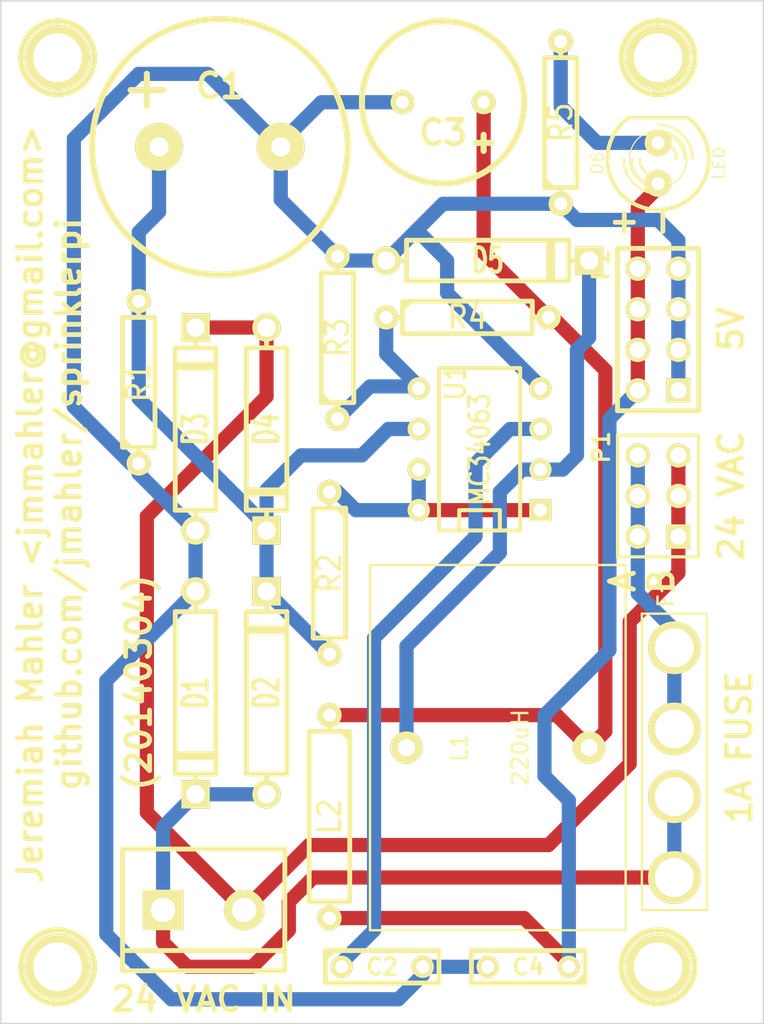
<source format=kicad_pcb>
(kicad_pcb (version 3) (host pcbnew "(2013-jul-07)-stable")

  (general
    (links 50)
    (no_connects 0)
    (area 124.471715 50.0126 196.416 115.57)
    (thickness 1.6)
    (drawings 12)
    (tracks 134)
    (zones 0)
    (modules 26)
    (nets 13)
  )

  (page USLetter)
  (layers
    (15 F.Cu signal)
    (0 B.Cu signal)
    (16 B.Adhes user)
    (17 F.Adhes user)
    (18 B.Paste user)
    (19 F.Paste user)
    (20 B.SilkS user)
    (21 F.SilkS user)
    (22 B.Mask user)
    (23 F.Mask user)
    (24 Dwgs.User user)
    (25 Cmts.User user)
    (26 Eco1.User user)
    (27 Eco2.User user)
    (28 Edge.Cuts user)
  )

  (setup
    (last_trace_width 0.254)
    (user_trace_width 0.254)
    (user_trace_width 0.3048)
    (user_trace_width 0.381)
    (user_trace_width 0.5842)
    (user_trace_width 0.762)
    (user_trace_width 0.889)
    (trace_clearance 0.381)
    (zone_clearance 0.508)
    (zone_45_only no)
    (trace_min 0.254)
    (segment_width 0.2)
    (edge_width 0.1)
    (via_size 0.889)
    (via_drill 0.635)
    (via_min_size 0.889)
    (via_min_drill 0.508)
    (user_via 1.905 0.508)
    (uvia_size 0.508)
    (uvia_drill 0.127)
    (uvias_allowed no)
    (uvia_min_size 0.508)
    (uvia_min_drill 0.127)
    (pcb_text_width 0.3)
    (pcb_text_size 1.5 1.5)
    (mod_edge_width 0.15)
    (mod_text_size 1 1)
    (mod_text_width 0.15)
    (pad_size 2.54 2.54)
    (pad_drill 1.524)
    (pad_to_mask_clearance 0)
    (aux_axis_origin 0 0)
    (visible_elements FFFFFFBF)
    (pcbplotparams
      (layerselection 284196865)
      (usegerberextensions true)
      (excludeedgelayer true)
      (linewidth 0.150000)
      (plotframeref false)
      (viasonmask false)
      (mode 1)
      (useauxorigin false)
      (hpglpennumber 1)
      (hpglpenspeed 20)
      (hpglpendiameter 15)
      (hpglpenoverlay 2)
      (psnegative false)
      (psa4output false)
      (plotreference true)
      (plotvalue true)
      (plotothertext true)
      (plotinvisibletext false)
      (padsonsilk false)
      (subtractmaskfromsilk false)
      (outputformat 1)
      (mirror false)
      (drillshape 0)
      (scaleselection 1)
      (outputdirectory ""))
  )

  (net 0 "")
  (net 1 GND)
  (net 2 N-000001)
  (net 3 N-0000010)
  (net 4 N-0000011)
  (net 5 N-0000012)
  (net 6 N-0000013)
  (net 7 N-000003)
  (net 8 N-000004)
  (net 9 N-000005)
  (net 10 N-000006)
  (net 11 N-000007)
  (net 12 N-000008)

  (net_class Default "This is the default net class."
    (clearance 0.381)
    (trace_width 0.254)
    (via_dia 0.889)
    (via_drill 0.635)
    (uvia_dia 0.508)
    (uvia_drill 0.127)
    (add_net "")
    (add_net GND)
    (add_net N-000001)
    (add_net N-0000010)
    (add_net N-0000011)
    (add_net N-0000012)
    (add_net N-0000013)
    (add_net N-000003)
    (add_net N-000004)
    (add_net N-000005)
    (add_net N-000006)
    (add_net N-000007)
    (add_net N-000008)
  )

  (module INDUCTOR_TORROID_VERT_086 (layer F.Cu) (tedit 52CE3201) (tstamp 52CE3155)
    (at 176.276 98.044 90)
    (descr "2 pins, inductor")
    (tags INDUCTOR)
    (path /52C7240C)
    (fp_text reference L1 (at 0 -2.286 90) (layer F.SilkS)
      (effects (font (size 1 1) (thickness 0.15)))
    )
    (fp_text value 220uH (at 0 1.524 90) (layer F.SilkS)
      (effects (font (size 1 1) (thickness 0.15)))
    )
    (fp_line (start 0 -7.874) (end 11.43 -7.874) (layer F.SilkS) (width 0.15))
    (fp_line (start 11.43 -7.874) (end 11.43 8.128) (layer F.SilkS) (width 0.15))
    (fp_line (start 11.43 8.128) (end -11.43 8.128) (layer F.SilkS) (width 0.15))
    (fp_line (start -11.43 8.128) (end -11.43 -7.874) (layer F.SilkS) (width 0.15))
    (fp_line (start -11.43 -7.874) (end 0 -7.874) (layer F.SilkS) (width 0.15))
    (pad 1 thru_hole circle (at 0 -5.588 90) (size 2.032 2.032) (drill 1.0668)
      (layers *.Cu *.Mask F.SilkS)
      (net 5 N-0000012)
    )
    (pad 2 thru_hole circle (at 0 5.842 90) (size 2.032 2.032) (drill 1.0668)
      (layers *.Cu *.Mask F.SilkS)
      (net 6 N-0000013)
    )
  )

  (module R4 (layer F.Cu) (tedit 200000) (tstamp 52CAF690)
    (at 165.862 87.122 270)
    (descr "Resitance 4 pas")
    (tags R)
    (path /52C723D8)
    (autoplace_cost180 10)
    (fp_text reference R2 (at 0 0 270) (layer F.SilkS)
      (effects (font (size 1.397 1.27) (thickness 0.2032)))
    )
    (fp_text value 0.25 (at 0 0 270) (layer F.SilkS) hide
      (effects (font (size 1.397 1.27) (thickness 0.2032)))
    )
    (fp_line (start -5.08 0) (end -4.064 0) (layer F.SilkS) (width 0.3048))
    (fp_line (start -4.064 0) (end -4.064 -1.016) (layer F.SilkS) (width 0.3048))
    (fp_line (start -4.064 -1.016) (end 4.064 -1.016) (layer F.SilkS) (width 0.3048))
    (fp_line (start 4.064 -1.016) (end 4.064 1.016) (layer F.SilkS) (width 0.3048))
    (fp_line (start 4.064 1.016) (end -4.064 1.016) (layer F.SilkS) (width 0.3048))
    (fp_line (start -4.064 1.016) (end -4.064 0) (layer F.SilkS) (width 0.3048))
    (fp_line (start -4.064 -0.508) (end -3.556 -1.016) (layer F.SilkS) (width 0.3048))
    (fp_line (start 5.08 0) (end 4.064 0) (layer F.SilkS) (width 0.3048))
    (pad 1 thru_hole circle (at -5.08 0 270) (size 1.524 1.524) (drill 0.8128)
      (layers *.Cu *.Mask F.SilkS)
      (net 10 N-000006)
    )
    (pad 2 thru_hole circle (at 5.08 0 270) (size 1.524 1.524) (drill 0.8128)
      (layers *.Cu *.Mask F.SilkS)
      (net 12 N-000008)
    )
    (model discret/resistor.wrl
      (at (xyz 0 0 0))
      (scale (xyz 0.4 0.4 0.4))
      (rotate (xyz 0 0 0))
    )
  )

  (module pin_array_3x2 (layer F.Cu) (tedit 53142477) (tstamp 52CAF6D6)
    (at 186.436 82.296 90)
    (descr "Double rangee de contacts 2 x 4 pins")
    (tags CONN)
    (path /52C767AF)
    (fp_text reference P1 (at 3.048 -3.556 90) (layer F.SilkS)
      (effects (font (size 1.016 1.016) (thickness 0.2032)))
    )
    (fp_text value CONN_3X2 (at 0 3.81 90) (layer F.SilkS) hide
      (effects (font (size 1.016 1.016) (thickness 0.2032)))
    )
    (fp_line (start 3.81 2.54) (end -3.81 2.54) (layer F.SilkS) (width 0.2032))
    (fp_line (start -3.81 -2.54) (end 3.81 -2.54) (layer F.SilkS) (width 0.2032))
    (fp_line (start 3.81 -2.54) (end 3.81 2.54) (layer F.SilkS) (width 0.2032))
    (fp_line (start -3.81 2.54) (end -3.81 -2.54) (layer F.SilkS) (width 0.2032))
    (pad 1 thru_hole rect (at -2.54 1.27 90) (size 1.524 1.524) (drill 1.016)
      (layers *.Cu *.Mask F.SilkS)
      (net 11 N-000007)
    )
    (pad 2 thru_hole circle (at -2.54 -1.27 90) (size 1.524 1.524) (drill 1.016)
      (layers *.Cu *.Mask F.SilkS)
      (net 2 N-000001)
    )
    (pad 3 thru_hole circle (at 0 1.27 90) (size 1.524 1.524) (drill 1.016)
      (layers *.Cu *.Mask F.SilkS)
      (net 11 N-000007)
    )
    (pad 4 thru_hole circle (at 0 -1.27 90) (size 1.524 1.524) (drill 1.016)
      (layers *.Cu *.Mask F.SilkS)
      (net 2 N-000001)
    )
    (pad 5 thru_hole circle (at 2.54 1.27 90) (size 1.524 1.524) (drill 1.016)
      (layers *.Cu *.Mask F.SilkS)
      (net 11 N-000007)
    )
    (pad 6 thru_hole circle (at 2.54 -1.27 90) (size 1.524 1.524) (drill 1.016)
      (layers *.Cu *.Mask F.SilkS)
      (net 2 N-000001)
    )
    (model pin_array/pins_array_3x2.wrl
      (at (xyz 0 0 0))
      (scale (xyz 1 1 1))
      (rotate (xyz 0 0 0))
    )
  )

  (module Elko_vert_DM10_RM5_CopperClear (layer F.Cu) (tedit 5314FB93) (tstamp 52CAF706)
    (at 172.974 57.658 180)
    (descr "Electrolytic Capacitor, vertical, diameter 10mm, RM 5mm, Copper without +, radial,")
    (tags "Electrolytic Capacitor, vertical, diameter 10mm, RM 5mm, Elko, Electrolytkondensator, Kondensator gepolt, Durchmesser 10mm, Copper without +, radial,")
    (path /52C72412)
    (fp_text reference C3 (at 0 -1.905 180) (layer F.SilkS)
      (effects (font (size 1.524 1.524) (thickness 0.3048)))
    )
    (fp_text value "180 uF" (at 0 6.35 180) (layer F.SilkS) hide
      (effects (font (size 1.524 1.524) (thickness 0.3048)))
    )
    (fp_line (start -2.54 -3.048) (end -2.54 -2.032) (layer F.SilkS) (width 0.381))
    (fp_line (start -3.048 -2.54) (end -2.032 -2.54) (layer F.SilkS) (width 0.381))
    (fp_circle (center 0 0) (end 5.08 0) (layer F.SilkS) (width 0.381))
    (pad 2 thru_hole circle (at 2.54 0 180) (size 1.50114 1.50114) (drill 0.8001)
      (layers *.Cu *.Mask F.SilkS)
      (net 1 GND)
    )
    (pad 1 thru_hole circle (at -2.54 0 180) (size 1.50114 1.50114) (drill 0.8001)
      (layers *.Cu *.Mask F.SilkS)
      (net 6 N-0000013)
    )
  )

  (module DIP-8__300 (layer F.Cu) (tedit 5314FBA0) (tstamp 52CAF719)
    (at 175.26 79.375 90)
    (descr "8 pins DIL package, round pads")
    (tags DIL)
    (path /52C723B6)
    (fp_text reference U1 (at 4.191 -1.524 90) (layer F.SilkS)
      (effects (font (size 1.27 1.143) (thickness 0.2032)))
    )
    (fp_text value MC34063 (at 0 0 90) (layer F.SilkS)
      (effects (font (size 1.27 1.016) (thickness 0.2032)))
    )
    (fp_line (start -5.08 -1.27) (end -3.81 -1.27) (layer F.SilkS) (width 0.254))
    (fp_line (start -3.81 -1.27) (end -3.81 1.27) (layer F.SilkS) (width 0.254))
    (fp_line (start -3.81 1.27) (end -5.08 1.27) (layer F.SilkS) (width 0.254))
    (fp_line (start -5.08 -2.54) (end 5.08 -2.54) (layer F.SilkS) (width 0.254))
    (fp_line (start 5.08 -2.54) (end 5.08 2.54) (layer F.SilkS) (width 0.254))
    (fp_line (start 5.08 2.54) (end -5.08 2.54) (layer F.SilkS) (width 0.254))
    (fp_line (start -5.08 2.54) (end -5.08 -2.54) (layer F.SilkS) (width 0.254))
    (pad 1 thru_hole rect (at -3.81 3.81 90) (size 1.397 1.397) (drill 0.8128)
      (layers *.Cu *.Mask F.SilkS)
      (net 10 N-000006)
    )
    (pad 2 thru_hole circle (at -1.27 3.81 90) (size 1.397 1.397) (drill 0.8128)
      (layers *.Cu *.Mask F.SilkS)
      (net 5 N-0000012)
    )
    (pad 3 thru_hole circle (at 1.27 3.81 90) (size 1.397 1.397) (drill 0.8128)
      (layers *.Cu *.Mask F.SilkS)
      (net 3 N-0000010)
    )
    (pad 4 thru_hole circle (at 3.81 3.81 90) (size 1.397 1.397) (drill 0.8128)
      (layers *.Cu *.Mask F.SilkS)
      (net 1 GND)
    )
    (pad 5 thru_hole circle (at 3.81 -3.81 90) (size 1.397 1.397) (drill 0.8128)
      (layers *.Cu *.Mask F.SilkS)
      (net 4 N-0000011)
    )
    (pad 6 thru_hole circle (at 1.27 -3.81 90) (size 1.397 1.397) (drill 0.8128)
      (layers *.Cu *.Mask F.SilkS)
      (net 12 N-000008)
    )
    (pad 7 thru_hole circle (at -1.27 -3.81 90) (size 1.397 1.397) (drill 0.8128)
      (layers *.Cu *.Mask F.SilkS)
      (net 10 N-000006)
    )
    (pad 8 thru_hole circle (at -3.81 -3.81 90) (size 1.397 1.397) (drill 0.8128)
      (layers *.Cu *.Mask F.SilkS)
      (net 10 N-000006)
    )
    (model dil/dil_8.wrl
      (at (xyz 0 0 0))
      (scale (xyz 1 1 1))
      (rotate (xyz 0 0 0))
    )
  )

  (module D5 (layer F.Cu) (tedit 200000) (tstamp 52CB2469)
    (at 175.768 67.564)
    (descr "Diode 5 pas")
    (tags "DIODE DEV")
    (path /52C72406)
    (fp_text reference D5 (at 0 0) (layer F.SilkS)
      (effects (font (size 1.524 1.016) (thickness 0.3048)))
    )
    (fp_text value 1N5819 (at -0.254 0) (layer F.SilkS) hide
      (effects (font (size 1.524 1.016) (thickness 0.3048)))
    )
    (fp_line (start 6.35 0) (end 5.08 0) (layer F.SilkS) (width 0.3048))
    (fp_line (start 5.08 0) (end 5.08 -1.27) (layer F.SilkS) (width 0.3048))
    (fp_line (start 5.08 -1.27) (end -5.08 -1.27) (layer F.SilkS) (width 0.3048))
    (fp_line (start -5.08 -1.27) (end -5.08 0) (layer F.SilkS) (width 0.3048))
    (fp_line (start -5.08 0) (end -6.35 0) (layer F.SilkS) (width 0.3048))
    (fp_line (start -5.08 0) (end -5.08 1.27) (layer F.SilkS) (width 0.3048))
    (fp_line (start -5.08 1.27) (end 5.08 1.27) (layer F.SilkS) (width 0.3048))
    (fp_line (start 5.08 1.27) (end 5.08 0) (layer F.SilkS) (width 0.3048))
    (fp_line (start 3.81 -1.27) (end 3.81 1.27) (layer F.SilkS) (width 0.3048))
    (fp_line (start 4.064 -1.27) (end 4.064 1.27) (layer F.SilkS) (width 0.3048))
    (pad 1 thru_hole circle (at -6.35 0) (size 1.778 1.778) (drill 1.143)
      (layers *.Cu *.Mask F.SilkS)
      (net 1 GND)
    )
    (pad 2 thru_hole rect (at 6.35 0) (size 1.778 1.778) (drill 1.143)
      (layers *.Cu *.Mask F.SilkS)
      (net 5 N-0000012)
    )
    (model discret/diode.wrl
      (at (xyz 0 0 0))
      (scale (xyz 0.5 0.5 0.5))
      (rotate (xyz 0 0 0))
    )
  )

  (module D5 (layer F.Cu) (tedit 200000) (tstamp 52CAF739)
    (at 157.48 94.615 270)
    (descr "Diode 5 pas")
    (tags "DIODE DEV")
    (path /52C723AA)
    (fp_text reference D1 (at 0 0 270) (layer F.SilkS)
      (effects (font (size 1.524 1.016) (thickness 0.3048)))
    )
    (fp_text value DIODE (at -0.254 0 270) (layer F.SilkS) hide
      (effects (font (size 1.524 1.016) (thickness 0.3048)))
    )
    (fp_line (start 6.35 0) (end 5.08 0) (layer F.SilkS) (width 0.3048))
    (fp_line (start 5.08 0) (end 5.08 -1.27) (layer F.SilkS) (width 0.3048))
    (fp_line (start 5.08 -1.27) (end -5.08 -1.27) (layer F.SilkS) (width 0.3048))
    (fp_line (start -5.08 -1.27) (end -5.08 0) (layer F.SilkS) (width 0.3048))
    (fp_line (start -5.08 0) (end -6.35 0) (layer F.SilkS) (width 0.3048))
    (fp_line (start -5.08 0) (end -5.08 1.27) (layer F.SilkS) (width 0.3048))
    (fp_line (start -5.08 1.27) (end 5.08 1.27) (layer F.SilkS) (width 0.3048))
    (fp_line (start 5.08 1.27) (end 5.08 0) (layer F.SilkS) (width 0.3048))
    (fp_line (start 3.81 -1.27) (end 3.81 1.27) (layer F.SilkS) (width 0.3048))
    (fp_line (start 4.064 -1.27) (end 4.064 1.27) (layer F.SilkS) (width 0.3048))
    (pad 1 thru_hole circle (at -6.35 0 270) (size 1.778 1.778) (drill 1.143)
      (layers *.Cu *.Mask F.SilkS)
      (net 1 GND)
    )
    (pad 2 thru_hole rect (at 6.35 0 270) (size 1.778 1.778) (drill 1.143)
      (layers *.Cu *.Mask F.SilkS)
      (net 9 N-000005)
    )
    (model discret/diode.wrl
      (at (xyz 0 0 0))
      (scale (xyz 0.5 0.5 0.5))
      (rotate (xyz 0 0 0))
    )
  )

  (module D5 (layer F.Cu) (tedit 200000) (tstamp 52CAF749)
    (at 161.925 78.105 270)
    (descr "Diode 5 pas")
    (tags "DIODE DEV")
    (path /52C723A4)
    (fp_text reference D4 (at 0 0 270) (layer F.SilkS)
      (effects (font (size 1.524 1.016) (thickness 0.3048)))
    )
    (fp_text value DIODE (at -0.254 0 270) (layer F.SilkS) hide
      (effects (font (size 1.524 1.016) (thickness 0.3048)))
    )
    (fp_line (start 6.35 0) (end 5.08 0) (layer F.SilkS) (width 0.3048))
    (fp_line (start 5.08 0) (end 5.08 -1.27) (layer F.SilkS) (width 0.3048))
    (fp_line (start 5.08 -1.27) (end -5.08 -1.27) (layer F.SilkS) (width 0.3048))
    (fp_line (start -5.08 -1.27) (end -5.08 0) (layer F.SilkS) (width 0.3048))
    (fp_line (start -5.08 0) (end -6.35 0) (layer F.SilkS) (width 0.3048))
    (fp_line (start -5.08 0) (end -5.08 1.27) (layer F.SilkS) (width 0.3048))
    (fp_line (start -5.08 1.27) (end 5.08 1.27) (layer F.SilkS) (width 0.3048))
    (fp_line (start 5.08 1.27) (end 5.08 0) (layer F.SilkS) (width 0.3048))
    (fp_line (start 3.81 -1.27) (end 3.81 1.27) (layer F.SilkS) (width 0.3048))
    (fp_line (start 4.064 -1.27) (end 4.064 1.27) (layer F.SilkS) (width 0.3048))
    (pad 1 thru_hole circle (at -6.35 0 270) (size 1.778 1.778) (drill 1.143)
      (layers *.Cu *.Mask F.SilkS)
      (net 11 N-000007)
    )
    (pad 2 thru_hole rect (at 6.35 0 270) (size 1.778 1.778) (drill 1.143)
      (layers *.Cu *.Mask F.SilkS)
      (net 12 N-000008)
    )
    (model discret/diode.wrl
      (at (xyz 0 0 0))
      (scale (xyz 0.5 0.5 0.5))
      (rotate (xyz 0 0 0))
    )
  )

  (module D5 (layer F.Cu) (tedit 200000) (tstamp 52CAF759)
    (at 157.48 78.105 90)
    (descr "Diode 5 pas")
    (tags "DIODE DEV")
    (path /52C7239E)
    (fp_text reference D3 (at 0 0 90) (layer F.SilkS)
      (effects (font (size 1.524 1.016) (thickness 0.3048)))
    )
    (fp_text value DIODE (at -0.254 0 90) (layer F.SilkS) hide
      (effects (font (size 1.524 1.016) (thickness 0.3048)))
    )
    (fp_line (start 6.35 0) (end 5.08 0) (layer F.SilkS) (width 0.3048))
    (fp_line (start 5.08 0) (end 5.08 -1.27) (layer F.SilkS) (width 0.3048))
    (fp_line (start 5.08 -1.27) (end -5.08 -1.27) (layer F.SilkS) (width 0.3048))
    (fp_line (start -5.08 -1.27) (end -5.08 0) (layer F.SilkS) (width 0.3048))
    (fp_line (start -5.08 0) (end -6.35 0) (layer F.SilkS) (width 0.3048))
    (fp_line (start -5.08 0) (end -5.08 1.27) (layer F.SilkS) (width 0.3048))
    (fp_line (start -5.08 1.27) (end 5.08 1.27) (layer F.SilkS) (width 0.3048))
    (fp_line (start 5.08 1.27) (end 5.08 0) (layer F.SilkS) (width 0.3048))
    (fp_line (start 3.81 -1.27) (end 3.81 1.27) (layer F.SilkS) (width 0.3048))
    (fp_line (start 4.064 -1.27) (end 4.064 1.27) (layer F.SilkS) (width 0.3048))
    (pad 1 thru_hole circle (at -6.35 0 90) (size 1.778 1.778) (drill 1.143)
      (layers *.Cu *.Mask F.SilkS)
      (net 1 GND)
    )
    (pad 2 thru_hole rect (at 6.35 0 90) (size 1.778 1.778) (drill 1.143)
      (layers *.Cu *.Mask F.SilkS)
      (net 11 N-000007)
    )
    (model discret/diode.wrl
      (at (xyz 0 0 0))
      (scale (xyz 0.5 0.5 0.5))
      (rotate (xyz 0 0 0))
    )
  )

  (module D5 (layer F.Cu) (tedit 53141DC7) (tstamp 52CAF769)
    (at 161.925 94.615 90)
    (descr "Diode 5 pas")
    (tags "DIODE DEV")
    (path /52C72398)
    (fp_text reference D2 (at 0 0 90) (layer F.SilkS)
      (effects (font (size 1.524 1.016) (thickness 0.3048)))
    )
    (fp_text value DIODE (at -0.254 0 90) (layer F.SilkS) hide
      (effects (font (size 1.524 1.016) (thickness 0.3048)))
    )
    (fp_line (start 6.35 0) (end 5.08 0) (layer F.SilkS) (width 0.3048))
    (fp_line (start 5.08 0) (end 5.08 -1.27) (layer F.SilkS) (width 0.3048))
    (fp_line (start 5.08 -1.27) (end -5.08 -1.27) (layer F.SilkS) (width 0.3048))
    (fp_line (start -5.08 -1.27) (end -5.08 0) (layer F.SilkS) (width 0.3048))
    (fp_line (start -5.08 0) (end -6.35 0) (layer F.SilkS) (width 0.3048))
    (fp_line (start -5.08 0) (end -5.08 1.27) (layer F.SilkS) (width 0.3048))
    (fp_line (start -5.08 1.27) (end 5.08 1.27) (layer F.SilkS) (width 0.3048))
    (fp_line (start 5.08 1.27) (end 5.08 0) (layer F.SilkS) (width 0.3048))
    (fp_line (start 3.81 -1.27) (end 3.81 1.27) (layer F.SilkS) (width 0.3048))
    (fp_line (start 4.064 -1.27) (end 4.064 1.27) (layer F.SilkS) (width 0.3048))
    (pad 1 thru_hole circle (at -6.35 0 90) (size 1.778 1.778) (drill 1.143)
      (layers *.Cu *.Mask F.SilkS)
      (net 9 N-000005)
    )
    (pad 2 thru_hole rect (at 6.35 0 90) (size 1.778 1.778) (drill 1.143)
      (layers *.Cu *.Mask F.SilkS)
      (net 12 N-000008)
    )
    (model discret/diode.wrl
      (at (xyz 0 0 0))
      (scale (xyz 0.5 0.5 0.5))
      (rotate (xyz 0 0 0))
    )
  )

  (module Elko_vert_DM16_RM7-5_CopperClear (layer F.Cu) (tedit 5314FB91) (tstamp 52CB21A3)
    (at 159.004 60.452)
    (descr "Electrolytic Capacitor, vertical, diameter 16mm, RM 7,5mm, Copper without +,")
    (tags "Electrolytic Capacitor, vertical, diameter 16mm, RM 7,5mm, Elko, Electrolytkondensator, Kondensator gepolt, Durchmesser 16mm, Copper without +,")
    (path /52C723E7)
    (fp_text reference C1 (at 0 -3.81) (layer F.SilkS)
      (effects (font (size 1.524 1.524) (thickness 0.3048)))
    )
    (fp_text value "2200 uF" (at 0 10.16) (layer F.SilkS) hide
      (effects (font (size 1.524 1.524) (thickness 0.3048)))
    )
    (fp_line (start -5.588 -3.556) (end -3.556 -3.556) (layer F.SilkS) (width 0.381))
    (fp_line (start -4.572 -4.572) (end -4.572 -2.54) (layer F.SilkS) (width 0.381))
    (fp_circle (center 0 0) (end 8.001 0) (layer F.SilkS) (width 0.381))
    (pad 2 thru_hole circle (at 3.81 0) (size 2.99974 2.99974) (drill 1.19888)
      (layers *.Cu *.Mask F.SilkS)
      (net 1 GND)
    )
    (pad 1 thru_hole circle (at -3.81 0) (size 2.99974 2.99974) (drill 1.19888)
      (layers *.Cu *.Mask F.SilkS)
      (net 12 N-000008)
    )
  )

  (module 1pin (layer F.Cu) (tedit 53141C2F) (tstamp 52CBD129)
    (at 148.844 54.864)
    (descr "module 1 pin (ou trou mecanique de percage)")
    (tags DEV)
    (path 1pin)
    (fp_text reference 1PIN (at 4.2926 -1.4478) (layer F.SilkS) hide
      (effects (font (size 1.016 1.016) (thickness 0.254)))
    )
    (fp_text value P*** (at 0 2.794) (layer F.SilkS) hide
      (effects (font (size 1.016 1.016) (thickness 0.254)))
    )
    (fp_circle (center 0 0) (end 0 -2.286) (layer F.SilkS) (width 0.381))
    (pad 1 thru_hole circle (at 0 0) (size 4.064 4.064) (drill 3.048)
      (layers *.Cu *.Mask F.SilkS)
    )
  )

  (module 1pin (layer F.Cu) (tedit 53141C1D) (tstamp 52CBD17A)
    (at 148.844 111.76)
    (descr "module 1 pin (ou trou mecanique de percage)")
    (tags DEV)
    (path 1pin)
    (fp_text reference 1PIN (at 0 -3.048) (layer F.SilkS) hide
      (effects (font (size 1.016 1.016) (thickness 0.254)))
    )
    (fp_text value P*** (at 0 2.794) (layer F.SilkS) hide
      (effects (font (size 1.016 1.016) (thickness 0.254)))
    )
    (fp_circle (center 0 0) (end 0 -2.286) (layer F.SilkS) (width 0.381))
    (pad 1 thru_hole circle (at 0 0) (size 4.064 4.064) (drill 3.048)
      (layers *.Cu *.Mask F.SilkS)
    )
  )

  (module 1pin (layer F.Cu) (tedit 53141BFC) (tstamp 52CBD191)
    (at 186.436 54.864)
    (descr "module 1 pin (ou trou mecanique de percage)")
    (tags DEV)
    (path 1pin)
    (fp_text reference 1PIN (at -3.81 -1.905) (layer F.SilkS) hide
      (effects (font (size 1.016 1.016) (thickness 0.254)))
    )
    (fp_text value P*** (at 0 2.794) (layer F.SilkS) hide
      (effects (font (size 1.016 1.016) (thickness 0.254)))
    )
    (fp_circle (center 0 0) (end 0 -2.286) (layer F.SilkS) (width 0.381))
    (pad 1 thru_hole circle (at 0 0) (size 4.064 4.064) (drill 3.048)
      (layers *.Cu *.Mask F.SilkS)
    )
  )

  (module 1pin (layer F.Cu) (tedit 53141C09) (tstamp 52CBD19C)
    (at 186.436 111.76)
    (descr "module 1 pin (ou trou mecanique de percage)")
    (tags DEV)
    (path 1pin)
    (fp_text reference 1PIN (at 0 -3.048) (layer F.SilkS) hide
      (effects (font (size 1.016 1.016) (thickness 0.254)))
    )
    (fp_text value P*** (at 0 2.794) (layer F.SilkS) hide
      (effects (font (size 1.016 1.016) (thickness 0.254)))
    )
    (fp_circle (center 0 0) (end 0 -2.286) (layer F.SilkS) (width 0.381))
    (pad 1 thru_hole circle (at 0 0) (size 4.064 4.064) (drill 3.048)
      (layers *.Cu *.Mask F.SilkS)
    )
  )

  (module R4 (layer F.Cu) (tedit 200000) (tstamp 52CBD25F)
    (at 166.37 72.39 90)
    (descr "Resitance 4 pas")
    (tags R)
    (path /52C7241F)
    (autoplace_cost180 10)
    (fp_text reference R3 (at 0 0 90) (layer F.SilkS)
      (effects (font (size 1.397 1.27) (thickness 0.2032)))
    )
    (fp_text value 2.2k (at 0 0 90) (layer F.SilkS) hide
      (effects (font (size 1.397 1.27) (thickness 0.2032)))
    )
    (fp_line (start -5.08 0) (end -4.064 0) (layer F.SilkS) (width 0.3048))
    (fp_line (start -4.064 0) (end -4.064 -1.016) (layer F.SilkS) (width 0.3048))
    (fp_line (start -4.064 -1.016) (end 4.064 -1.016) (layer F.SilkS) (width 0.3048))
    (fp_line (start 4.064 -1.016) (end 4.064 1.016) (layer F.SilkS) (width 0.3048))
    (fp_line (start 4.064 1.016) (end -4.064 1.016) (layer F.SilkS) (width 0.3048))
    (fp_line (start -4.064 1.016) (end -4.064 0) (layer F.SilkS) (width 0.3048))
    (fp_line (start -4.064 -0.508) (end -3.556 -1.016) (layer F.SilkS) (width 0.3048))
    (fp_line (start 5.08 0) (end 4.064 0) (layer F.SilkS) (width 0.3048))
    (pad 1 thru_hole circle (at -5.08 0 90) (size 1.524 1.524) (drill 0.8128)
      (layers *.Cu *.Mask F.SilkS)
      (net 4 N-0000011)
    )
    (pad 2 thru_hole circle (at 5.08 0 90) (size 1.524 1.524) (drill 0.8128)
      (layers *.Cu *.Mask F.SilkS)
      (net 1 GND)
    )
    (model discret/resistor.wrl
      (at (xyz 0 0 0))
      (scale (xyz 0.4 0.4 0.4))
      (rotate (xyz 0 0 0))
    )
  )

  (module R4 (layer F.Cu) (tedit 200000) (tstamp 52CB40B5)
    (at 174.498 71.12)
    (descr "Resitance 4 pas")
    (tags R)
    (path /52C72425)
    (autoplace_cost180 10)
    (fp_text reference R4 (at 0 0) (layer F.SilkS)
      (effects (font (size 1.397 1.27) (thickness 0.2032)))
    )
    (fp_text value 6.6k (at 0 0) (layer F.SilkS) hide
      (effects (font (size 1.397 1.27) (thickness 0.2032)))
    )
    (fp_line (start -5.08 0) (end -4.064 0) (layer F.SilkS) (width 0.3048))
    (fp_line (start -4.064 0) (end -4.064 -1.016) (layer F.SilkS) (width 0.3048))
    (fp_line (start -4.064 -1.016) (end 4.064 -1.016) (layer F.SilkS) (width 0.3048))
    (fp_line (start 4.064 -1.016) (end 4.064 1.016) (layer F.SilkS) (width 0.3048))
    (fp_line (start 4.064 1.016) (end -4.064 1.016) (layer F.SilkS) (width 0.3048))
    (fp_line (start -4.064 1.016) (end -4.064 0) (layer F.SilkS) (width 0.3048))
    (fp_line (start -4.064 -0.508) (end -3.556 -1.016) (layer F.SilkS) (width 0.3048))
    (fp_line (start 5.08 0) (end 4.064 0) (layer F.SilkS) (width 0.3048))
    (pad 1 thru_hole circle (at -5.08 0) (size 1.524 1.524) (drill 0.8128)
      (layers *.Cu *.Mask F.SilkS)
      (net 4 N-0000011)
    )
    (pad 2 thru_hole circle (at 5.08 0) (size 1.524 1.524) (drill 0.8128)
      (layers *.Cu *.Mask F.SilkS)
      (net 6 N-0000013)
    )
    (model discret/resistor.wrl
      (at (xyz 0 0 0))
      (scale (xyz 0.4 0.4 0.4))
      (rotate (xyz 0 0 0))
    )
  )

  (module R4 (layer F.Cu) (tedit 53141E04) (tstamp 52CB40D9)
    (at 153.924 75.184 90)
    (descr "Resitance 4 pas")
    (tags R)
    (path /52C72B3E)
    (autoplace_cost180 10)
    (fp_text reference R1 (at 0 0 90) (layer F.SilkS)
      (effects (font (size 1.397 1.27) (thickness 0.2032)))
    )
    (fp_text value 0.5M (at 0 0 90) (layer F.SilkS) hide
      (effects (font (size 1.397 1.27) (thickness 0.2032)))
    )
    (fp_line (start -5.08 0) (end -4.064 0) (layer F.SilkS) (width 0.3048))
    (fp_line (start -4.064 0) (end -4.064 -1.016) (layer F.SilkS) (width 0.3048))
    (fp_line (start -4.064 -1.016) (end 4.064 -1.016) (layer F.SilkS) (width 0.3048))
    (fp_line (start 4.064 -1.016) (end 4.064 1.016) (layer F.SilkS) (width 0.3048))
    (fp_line (start 4.064 1.016) (end -4.064 1.016) (layer F.SilkS) (width 0.3048))
    (fp_line (start -4.064 1.016) (end -4.064 0) (layer F.SilkS) (width 0.3048))
    (fp_line (start -4.064 -0.508) (end -3.556 -1.016) (layer F.SilkS) (width 0.3048))
    (fp_line (start 5.08 0) (end 4.064 0) (layer F.SilkS) (width 0.3048))
    (pad 1 thru_hole circle (at -5.08 0 90) (size 1.524 1.524) (drill 0.8128)
      (layers *.Cu *.Mask F.SilkS)
      (net 1 GND)
    )
    (pad 2 thru_hole circle (at 5.08 0 90) (size 1.524 1.524) (drill 0.8128)
      (layers *.Cu *.Mask F.SilkS)
      (net 12 N-000008)
    )
    (model discret/resistor.wrl
      (at (xyz 0 0 0))
      (scale (xyz 0.4 0.4 0.4))
      (rotate (xyz 0 0 0))
    )
  )

  (module R5 (layer F.Cu) (tedit 200000) (tstamp 52CCCD4C)
    (at 165.862 102.362 270)
    (descr "Resistance 5 pas")
    (tags R)
    (path /52C7244C)
    (autoplace_cost180 10)
    (fp_text reference L2 (at 0 0 270) (layer F.SilkS)
      (effects (font (size 1.397 1.27) (thickness 0.2032)))
    )
    (fp_text value "1.0 uH" (at 0 0 270) (layer F.SilkS) hide
      (effects (font (size 1.397 1.27) (thickness 0.2032)))
    )
    (fp_line (start -6.35 0) (end -5.334 0) (layer F.SilkS) (width 0.3048))
    (fp_line (start 6.35 0) (end 5.334 0) (layer F.SilkS) (width 0.3048))
    (fp_line (start 5.334 -1.27) (end 5.334 1.27) (layer F.SilkS) (width 0.3048))
    (fp_line (start 5.334 1.27) (end -5.334 1.27) (layer F.SilkS) (width 0.3048))
    (fp_line (start -5.334 1.27) (end -5.334 -1.27) (layer F.SilkS) (width 0.3048))
    (fp_line (start -5.334 -1.27) (end 5.334 -1.27) (layer F.SilkS) (width 0.3048))
    (fp_line (start -5.334 -0.762) (end -4.826 -1.27) (layer F.SilkS) (width 0.3048))
    (pad 1 thru_hole circle (at -6.35 0 270) (size 1.524 1.524) (drill 0.8128)
      (layers *.Cu *.Mask F.SilkS)
      (net 6 N-0000013)
    )
    (pad 2 thru_hole circle (at 6.35 0 270) (size 1.524 1.524) (drill 0.8128)
      (layers *.Cu *.Mask F.SilkS)
      (net 8 N-000004)
    )
    (model discret/resistor.wrl
      (at (xyz 0 0 0))
      (scale (xyz 0.5 0.5 0.5))
      (rotate (xyz 0 0 0))
    )
  )

  (module FUSE_HOLDER_100057 (layer F.Cu) (tedit 531424CB) (tstamp 5311EB27)
    (at 187.452 98.552 90)
    (path /52C720F9)
    (fp_text reference F1 (at 10.16 -0.508 90) (layer F.SilkS)
      (effects (font (size 1 1) (thickness 0.15)))
    )
    (fp_text value 1A (at -8.255 3.81 90) (layer F.SilkS) hide
      (effects (font (size 1 1) (thickness 0.15)))
    )
    (fp_line (start 8.89 -2.032) (end 8.89 2.032) (layer F.SilkS) (width 0.15))
    (fp_line (start 8.89 2.032) (end -9.652 2.032) (layer F.SilkS) (width 0.15))
    (fp_line (start -9.652 2.032) (end -9.652 -2.032) (layer F.SilkS) (width 0.15))
    (fp_line (start -9.652 -2.032) (end 8.89 -2.032) (layer F.SilkS) (width 0.15))
    (pad 1 thru_hole circle (at -7.62 0 90) (size 3.3 3.3) (drill 2.44)
      (layers *.Cu *.Mask F.SilkS)
      (net 9 N-000005)
    )
    (pad 1 thru_hole circle (at -2.5654 0 90) (size 3.3 3.3) (drill 2.44)
      (layers *.Cu *.Mask F.SilkS)
      (net 9 N-000005)
    )
    (pad 2 thru_hole circle (at 1.6764 0 90) (size 3.3 3.3) (drill 2.44)
      (layers *.Cu *.Mask F.SilkS)
      (net 2 N-000001)
    )
    (pad 2 thru_hole circle (at 6.7564 0 90) (size 3.3 3.3) (drill 2.44)
      (layers *.Cu *.Mask F.SilkS)
      (net 2 N-000001)
    )
  )

  (module C2 (layer F.Cu) (tedit 200000) (tstamp 53119F0D)
    (at 169.164 111.76)
    (descr "Condensateur = 2 pas")
    (tags C)
    (path /52C723F7)
    (fp_text reference C2 (at 0 0) (layer F.SilkS)
      (effects (font (size 1.016 1.016) (thickness 0.2032)))
    )
    (fp_text value "1000 pF" (at 0 0) (layer F.SilkS) hide
      (effects (font (size 1.016 1.016) (thickness 0.2032)))
    )
    (fp_line (start -3.556 -1.016) (end 3.556 -1.016) (layer F.SilkS) (width 0.3048))
    (fp_line (start 3.556 -1.016) (end 3.556 1.016) (layer F.SilkS) (width 0.3048))
    (fp_line (start 3.556 1.016) (end -3.556 1.016) (layer F.SilkS) (width 0.3048))
    (fp_line (start -3.556 1.016) (end -3.556 -1.016) (layer F.SilkS) (width 0.3048))
    (fp_line (start -3.556 -0.508) (end -3.048 -1.016) (layer F.SilkS) (width 0.3048))
    (pad 1 thru_hole circle (at -2.54 0) (size 1.397 1.397) (drill 0.8128)
      (layers *.Cu *.Mask F.SilkS)
      (net 3 N-0000010)
    )
    (pad 2 thru_hole circle (at 2.54 0) (size 1.397 1.397) (drill 0.8128)
      (layers *.Cu *.Mask F.SilkS)
      (net 1 GND)
    )
    (model discret/capa_2pas_5x5mm.wrl
      (at (xyz 0 0 0))
      (scale (xyz 1 1 1))
      (rotate (xyz 0 0 0))
    )
  )

  (module C2 (layer F.Cu) (tedit 5314197E) (tstamp 53119F18)
    (at 178.308 111.76 180)
    (descr "Condensateur = 2 pas")
    (tags C)
    (path /52C72452)
    (fp_text reference C4 (at 0 0 180) (layer F.SilkS)
      (effects (font (size 1.016 1.016) (thickness 0.2032)))
    )
    (fp_text value "1.0 uF" (at 0 0 180) (layer F.SilkS) hide
      (effects (font (size 1.016 1.016) (thickness 0.2032)))
    )
    (fp_line (start -3.556 -1.016) (end 3.556 -1.016) (layer F.SilkS) (width 0.3048))
    (fp_line (start 3.556 -1.016) (end 3.556 1.016) (layer F.SilkS) (width 0.3048))
    (fp_line (start 3.556 1.016) (end -3.556 1.016) (layer F.SilkS) (width 0.3048))
    (fp_line (start -3.556 1.016) (end -3.556 -1.016) (layer F.SilkS) (width 0.3048))
    (fp_line (start -3.556 -0.508) (end -3.048 -1.016) (layer F.SilkS) (width 0.3048))
    (pad 1 thru_hole circle (at -2.54 0 180) (size 1.397 1.397) (drill 0.8128)
      (layers *.Cu *.Mask F.SilkS)
      (net 8 N-000004)
    )
    (pad 2 thru_hole circle (at 2.54 0 180) (size 1.397 1.397) (drill 0.8128)
      (layers *.Cu *.Mask F.SilkS)
      (net 1 GND)
    )
    (model discret/capa_2pas_5x5mm.wrl
      (at (xyz 0 0 0))
      (scale (xyz 1 1 1))
      (rotate (xyz 0 0 0))
    )
  )

  (module pin_array_4x2 (layer F.Cu) (tedit 53141DA5) (tstamp 53137A87)
    (at 186.436 71.882 90)
    (descr "Double rangee de contacts 2 x 4 pins")
    (tags CONN)
    (path /53137A3A)
    (fp_text reference P2 (at 4.064 -3.556 90) (layer F.SilkS)
      (effects (font (size 1.016 1.016) (thickness 0.2032)))
    )
    (fp_text value CONN_4X2 (at 0 3.81 90) (layer F.SilkS) hide
      (effects (font (size 1.016 1.016) (thickness 0.2032)))
    )
    (fp_line (start -5.08 -2.54) (end 5.08 -2.54) (layer F.SilkS) (width 0.3048))
    (fp_line (start 5.08 -2.54) (end 5.08 2.54) (layer F.SilkS) (width 0.3048))
    (fp_line (start 5.08 2.54) (end -5.08 2.54) (layer F.SilkS) (width 0.3048))
    (fp_line (start -5.08 2.54) (end -5.08 -2.54) (layer F.SilkS) (width 0.3048))
    (pad 1 thru_hole rect (at -3.81 1.27 90) (size 1.524 1.524) (drill 1.016)
      (layers *.Cu *.Mask F.SilkS)
      (net 1 GND)
    )
    (pad 2 thru_hole circle (at -3.81 -1.27 90) (size 1.524 1.524) (drill 1.016)
      (layers *.Cu *.Mask F.SilkS)
      (net 8 N-000004)
    )
    (pad 3 thru_hole circle (at -1.27 1.27 90) (size 1.524 1.524) (drill 1.016)
      (layers *.Cu *.Mask F.SilkS)
      (net 1 GND)
    )
    (pad 4 thru_hole circle (at -1.27 -1.27 90) (size 1.524 1.524) (drill 1.016)
      (layers *.Cu *.Mask F.SilkS)
      (net 8 N-000004)
    )
    (pad 5 thru_hole circle (at 1.27 1.27 90) (size 1.524 1.524) (drill 1.016)
      (layers *.Cu *.Mask F.SilkS)
      (net 1 GND)
    )
    (pad 6 thru_hole circle (at 1.27 -1.27 90) (size 1.524 1.524) (drill 1.016)
      (layers *.Cu *.Mask F.SilkS)
      (net 8 N-000004)
    )
    (pad 7 thru_hole circle (at 3.81 1.27 90) (size 1.524 1.524) (drill 1.016)
      (layers *.Cu *.Mask F.SilkS)
      (net 1 GND)
    )
    (pad 8 thru_hole circle (at 3.81 -1.27 90) (size 1.524 1.524) (drill 1.016)
      (layers *.Cu *.Mask F.SilkS)
      (net 8 N-000004)
    )
    (model pin_array/pins_array_4x2.wrl
      (at (xyz 0 0 0))
      (scale (xyz 1 1 1))
      (rotate (xyz 0 0 0))
    )
  )

  (module bornier2 (layer F.Cu) (tedit 5314144B) (tstamp 53141348)
    (at 157.988 108.204)
    (descr "Bornier d'alimentation 2 pins")
    (tags DEV)
    (path /53140D0A)
    (fp_text reference P3 (at 0 -5.08) (layer F.SilkS) hide
      (effects (font (size 1.524 1.524) (thickness 0.3048)))
    )
    (fp_text value CONN_2 (at 0 5.08) (layer F.SilkS) hide
      (effects (font (size 1.524 1.524) (thickness 0.3048)))
    )
    (fp_line (start 5.08 2.54) (end -5.08 2.54) (layer F.SilkS) (width 0.3048))
    (fp_line (start 5.08 3.81) (end 5.08 -3.81) (layer F.SilkS) (width 0.3048))
    (fp_line (start 5.08 -3.81) (end -5.08 -3.81) (layer F.SilkS) (width 0.3048))
    (fp_line (start -5.08 -3.81) (end -5.08 3.81) (layer F.SilkS) (width 0.3048))
    (fp_line (start -5.08 3.81) (end 5.08 3.81) (layer F.SilkS) (width 0.3048))
    (pad 1 thru_hole rect (at -2.54 0) (size 2.54 2.54) (drill 1.524)
      (layers *.Cu *.Mask F.SilkS)
      (net 9 N-000005)
    )
    (pad 2 thru_hole circle (at 2.54 0) (size 2.54 2.54) (drill 1.524)
      (layers *.Cu *.Mask F.SilkS)
      (net 11 N-000007)
    )
    (model device/bornier_2.wrl
      (at (xyz 0 0 0))
      (scale (xyz 1 1 1))
      (rotate (xyz 0 0 0))
    )
  )

  (module R4 (layer F.Cu) (tedit 200000) (tstamp 53164FE1)
    (at 180.34 58.928 90)
    (descr "Resitance 4 pas")
    (tags R)
    (path /53164D7D)
    (autoplace_cost180 10)
    (fp_text reference R5 (at 0 0 90) (layer F.SilkS)
      (effects (font (size 1.397 1.27) (thickness 0.2032)))
    )
    (fp_text value 330 (at 0 0 90) (layer F.SilkS) hide
      (effects (font (size 1.397 1.27) (thickness 0.2032)))
    )
    (fp_line (start -5.08 0) (end -4.064 0) (layer F.SilkS) (width 0.3048))
    (fp_line (start -4.064 0) (end -4.064 -1.016) (layer F.SilkS) (width 0.3048))
    (fp_line (start -4.064 -1.016) (end 4.064 -1.016) (layer F.SilkS) (width 0.3048))
    (fp_line (start 4.064 -1.016) (end 4.064 1.016) (layer F.SilkS) (width 0.3048))
    (fp_line (start 4.064 1.016) (end -4.064 1.016) (layer F.SilkS) (width 0.3048))
    (fp_line (start -4.064 1.016) (end -4.064 0) (layer F.SilkS) (width 0.3048))
    (fp_line (start -4.064 -0.508) (end -3.556 -1.016) (layer F.SilkS) (width 0.3048))
    (fp_line (start 5.08 0) (end 4.064 0) (layer F.SilkS) (width 0.3048))
    (pad 1 thru_hole circle (at -5.08 0 90) (size 1.524 1.524) (drill 0.8128)
      (layers *.Cu *.Mask F.SilkS)
      (net 1 GND)
    )
    (pad 2 thru_hole circle (at 5.08 0 90) (size 1.524 1.524) (drill 0.8128)
      (layers *.Cu *.Mask F.SilkS)
      (net 7 N-000003)
    )
    (model discret/resistor.wrl
      (at (xyz 0 0 0))
      (scale (xyz 0.4 0.4 0.4))
      (rotate (xyz 0 0 0))
    )
  )

  (module LED-5MM (layer F.Cu) (tedit 50ADE86B) (tstamp 53164FF0)
    (at 186.436 61.468 90)
    (descr "LED 5mm - Lead pitch 100mil (2,54mm)")
    (tags "LED led 5mm 5MM 100mil 2,54mm")
    (path /53164D47)
    (fp_text reference D6 (at 0 -3.81 90) (layer F.SilkS)
      (effects (font (size 0.762 0.762) (thickness 0.0889)))
    )
    (fp_text value LED (at 0 3.81 90) (layer F.SilkS)
      (effects (font (size 0.762 0.762) (thickness 0.0889)))
    )
    (fp_line (start 2.8448 1.905) (end 2.8448 -1.905) (layer F.SilkS) (width 0.2032))
    (fp_circle (center 0.254 0) (end -1.016 1.27) (layer F.SilkS) (width 0.0762))
    (fp_arc (start 0.254 0) (end 2.794 1.905) (angle 286.2) (layer F.SilkS) (width 0.254))
    (fp_arc (start 0.254 0) (end -0.889 0) (angle 90) (layer F.SilkS) (width 0.1524))
    (fp_arc (start 0.254 0) (end 1.397 0) (angle 90) (layer F.SilkS) (width 0.1524))
    (fp_arc (start 0.254 0) (end -1.397 0) (angle 90) (layer F.SilkS) (width 0.1524))
    (fp_arc (start 0.254 0) (end 1.905 0) (angle 90) (layer F.SilkS) (width 0.1524))
    (fp_arc (start 0.254 0) (end -1.905 0) (angle 90) (layer F.SilkS) (width 0.1524))
    (fp_arc (start 0.254 0) (end 2.413 0) (angle 90) (layer F.SilkS) (width 0.1524))
    (pad 1 thru_hole circle (at -1.27 0 90) (size 1.6764 1.6764) (drill 0.8128)
      (layers *.Cu *.Mask F.SilkS)
      (net 8 N-000004)
    )
    (pad 2 thru_hole circle (at 1.27 0 90) (size 1.6764 1.6764) (drill 0.8128)
      (layers *.Cu *.Mask F.SilkS)
      (net 7 N-000003)
    )
    (model discret/leds/led5_vertical_verde.wrl
      (at (xyz 0 0 0))
      (scale (xyz 1 1 1))
      (rotate (xyz 0 0 0))
    )
  )

  (gr_line (start 145.288 115.316) (end 145.288 51.308) (angle 90) (layer Edge.Cuts) (width 0.1))
  (gr_line (start 193.04 115.316) (end 145.288 115.316) (angle 90) (layer Edge.Cuts) (width 0.1))
  (gr_line (start 193.04 51.308) (end 193.04 115.316) (angle 90) (layer Edge.Cuts) (width 0.1))
  (gr_line (start 145.288 51.308) (end 193.04 51.308) (angle 90) (layer Edge.Cuts) (width 0.1))
  (gr_text "(20140304)" (at 153.924 93.98 90) (layer F.SilkS)
    (effects (font (size 1.5 1.5) (thickness 0.3)))
  )
  (gr_text 5V (at 191.008 73.406 90) (layer F.SilkS)
    (effects (font (size 1.5 1.5) (thickness 0.3)) (justify left))
  )
  (gr_text "A\nB" (at 185.42 87.63 90) (layer F.SilkS)
    (effects (font (size 1.5 1.5) (thickness 0.3)))
  )
  (gr_text "24 VAC" (at 191.008 82.296 90) (layer F.SilkS)
    (effects (font (size 1.5 1.5) (thickness 0.3)))
  )
  (gr_text "1A FUSE" (at 191.516 98.044 90) (layer F.SilkS)
    (effects (font (size 1.5 1.5) (thickness 0.3)))
  )
  (gr_text "24 VAC IN" (at 157.988 113.792) (layer F.SilkS)
    (effects (font (size 1.5 1.5) (thickness 0.3)))
  )
  (gr_text "+\n-" (at 185.42 66.294 90) (layer F.SilkS)
    (effects (font (size 1.5 1.5) (thickness 0.3)) (justify left))
  )
  (gr_text "Jeremiah Mahler <jmmahler@gmail.com>\ngithub.com/jmahler/sprinklerpi" (at 148.336 82.804 90) (layer F.SilkS)
    (effects (font (size 1.5 1.5) (thickness 0.3)))
  )

  (segment (start 179.07 75.565) (end 179.07 75.438) (width 0.889) (layer B.Cu) (net 1))
  (segment (start 173.228 67.564) (end 171.323 65.659) (width 0.889) (layer B.Cu) (net 1) (tstamp 5316548E))
  (segment (start 173.228 69.596) (end 173.228 67.564) (width 0.889) (layer B.Cu) (net 1) (tstamp 53165489))
  (segment (start 179.07 75.438) (end 173.228 69.596) (width 0.889) (layer B.Cu) (net 1) (tstamp 5316547E))
  (segment (start 187.706 68.072) (end 187.706 66.294) (width 0.889) (layer B.Cu) (net 1))
  (segment (start 181.356 65.024) (end 180.34 64.008) (width 0.889) (layer B.Cu) (net 1) (tstamp 5316529A))
  (segment (start 186.436 65.024) (end 181.356 65.024) (width 0.889) (layer B.Cu) (net 1) (tstamp 53165296))
  (segment (start 187.706 66.294) (end 186.436 65.024) (width 0.889) (layer B.Cu) (net 1) (tstamp 53165291))
  (segment (start 169.418 67.564) (end 171.323 65.659) (width 0.889) (layer B.Cu) (net 1))
  (segment (start 171.323 65.659) (end 172.974 64.008) (width 0.889) (layer B.Cu) (net 1) (tstamp 53165492))
  (segment (start 172.974 64.008) (end 180.34 64.008) (width 0.889) (layer B.Cu) (net 1) (tstamp 53165249))
  (segment (start 169.418 67.564) (end 166.624 67.564) (width 0.889) (layer B.Cu) (net 1))
  (segment (start 166.624 67.564) (end 166.37 67.31) (width 0.889) (layer B.Cu) (net 1) (tstamp 531651BF))
  (segment (start 162.814 60.452) (end 162.814 60.198) (width 0.889) (layer B.Cu) (net 1))
  (segment (start 165.354 57.658) (end 170.434 57.658) (width 0.889) (layer B.Cu) (net 1) (tstamp 531651B3))
  (segment (start 162.814 60.198) (end 165.354 57.658) (width 0.889) (layer B.Cu) (net 1) (tstamp 531651B0))
  (segment (start 153.924 80.264) (end 153.416 80.264) (width 0.889) (layer B.Cu) (net 1))
  (segment (start 158.242 55.88) (end 162.814 60.452) (width 0.889) (layer B.Cu) (net 1) (tstamp 531426B8))
  (segment (start 153.924 55.88) (end 158.242 55.88) (width 0.889) (layer B.Cu) (net 1) (tstamp 531426B5))
  (segment (start 149.86 59.944) (end 153.924 55.88) (width 0.889) (layer B.Cu) (net 1) (tstamp 531426B3))
  (segment (start 149.86 76.708) (end 149.86 59.944) (width 0.889) (layer B.Cu) (net 1) (tstamp 531426B0))
  (segment (start 153.416 80.264) (end 149.86 76.708) (width 0.889) (layer B.Cu) (net 1) (tstamp 531426AB))
  (segment (start 171.704 111.76) (end 171.704 112.268) (width 0.889) (layer B.Cu) (net 1))
  (segment (start 151.892 93.853) (end 157.48 88.265) (width 0.889) (layer B.Cu) (net 1) (tstamp 531426A0))
  (segment (start 151.892 109.728) (end 151.892 93.853) (width 0.889) (layer B.Cu) (net 1) (tstamp 5314269B))
  (segment (start 155.956 113.792) (end 151.892 109.728) (width 0.889) (layer B.Cu) (net 1) (tstamp 53142694))
  (segment (start 170.18 113.792) (end 155.956 113.792) (width 0.889) (layer B.Cu) (net 1) (tstamp 5314268D))
  (segment (start 171.704 112.268) (end 170.18 113.792) (width 0.889) (layer B.Cu) (net 1) (tstamp 53142688))
  (segment (start 187.706 73.152) (end 187.706 75.692) (width 0.889) (layer B.Cu) (net 1))
  (segment (start 187.706 70.612) (end 187.706 73.152) (width 0.889) (layer B.Cu) (net 1))
  (segment (start 187.706 68.072) (end 187.706 70.612) (width 0.889) (layer B.Cu) (net 1))
  (segment (start 171.704 111.76) (end 175.768 111.76) (width 0.889) (layer B.Cu) (net 1))
  (segment (start 162.814 60.452) (end 162.814 63.754) (width 0.889) (layer B.Cu) (net 1))
  (segment (start 162.814 63.754) (end 166.37 67.31) (width 0.889) (layer B.Cu) (net 1) (tstamp 53142570))
  (segment (start 157.48 88.265) (end 157.48 84.455) (width 0.889) (layer B.Cu) (net 1))
  (segment (start 157.48 84.455) (end 153.924 80.899) (width 0.889) (layer B.Cu) (net 1) (tstamp 53142540))
  (segment (start 153.924 80.899) (end 153.924 80.264) (width 0.889) (layer B.Cu) (net 1) (tstamp 53142542))
  (segment (start 187.452 91.7956) (end 187.452 90.678) (width 0.889) (layer B.Cu) (net 2))
  (segment (start 185.166 88.392) (end 185.166 84.836) (width 0.889) (layer B.Cu) (net 2) (tstamp 531652FB))
  (segment (start 187.452 90.678) (end 185.166 88.392) (width 0.889) (layer B.Cu) (net 2) (tstamp 531652F7))
  (segment (start 185.166 84.836) (end 185.166 82.296) (width 0.889) (layer B.Cu) (net 2))
  (segment (start 185.166 82.296) (end 185.166 79.756) (width 0.889) (layer B.Cu) (net 2) (tstamp 531427BA))
  (segment (start 187.452 96.8756) (end 187.452 91.7956) (width 0.889) (layer B.Cu) (net 2))
  (segment (start 166.624 111.76) (end 166.624 111.506) (width 0.889) (layer B.Cu) (net 3))
  (segment (start 177.165 78.105) (end 179.07 78.105) (width 0.889) (layer B.Cu) (net 3) (tstamp 53165548))
  (segment (start 175.006 80.264) (end 177.165 78.105) (width 0.889) (layer B.Cu) (net 3) (tstamp 53165543))
  (segment (start 175.006 84.836) (end 175.006 80.264) (width 0.889) (layer B.Cu) (net 3) (tstamp 5316553F))
  (segment (start 168.656 91.186) (end 175.006 84.836) (width 0.889) (layer B.Cu) (net 3) (tstamp 53165535))
  (segment (start 168.656 109.474) (end 168.656 91.186) (width 0.889) (layer B.Cu) (net 3) (tstamp 53165531))
  (segment (start 166.624 111.506) (end 168.656 109.474) (width 0.889) (layer B.Cu) (net 3) (tstamp 5316552E))
  (segment (start 171.45 75.565) (end 171.45 75.438) (width 0.889) (layer B.Cu) (net 4))
  (segment (start 169.418 73.406) (end 169.418 71.12) (width 0.889) (layer B.Cu) (net 4) (tstamp 531653E7))
  (segment (start 171.45 75.438) (end 169.418 73.406) (width 0.889) (layer B.Cu) (net 4) (tstamp 531653E6))
  (segment (start 166.37 77.47) (end 168.402 75.438) (width 0.889) (layer B.Cu) (net 4))
  (segment (start 171.323 75.438) (end 171.45 75.565) (width 0.889) (layer B.Cu) (net 4) (tstamp 5316523A))
  (segment (start 168.402 75.438) (end 171.323 75.438) (width 0.889) (layer B.Cu) (net 4) (tstamp 53165234))
  (segment (start 179.07 80.645) (end 180.467 80.645) (width 0.889) (layer B.Cu) (net 5))
  (segment (start 182.118 72.39) (end 182.118 67.564) (width 0.889) (layer B.Cu) (net 5) (tstamp 5316586B))
  (segment (start 181.356 73.152) (end 182.118 72.39) (width 0.889) (layer B.Cu) (net 5) (tstamp 53165868))
  (segment (start 181.356 79.756) (end 181.356 73.152) (width 0.889) (layer B.Cu) (net 5) (tstamp 53165863))
  (segment (start 180.467 80.645) (end 181.356 79.756) (width 0.889) (layer B.Cu) (net 5) (tstamp 5316585E))
  (segment (start 170.688 98.044) (end 170.688 91.694) (width 0.889) (layer B.Cu) (net 5))
  (segment (start 177.927 80.645) (end 179.07 80.645) (width 0.889) (layer B.Cu) (net 5) (tstamp 53165369))
  (segment (start 176.53 82.042) (end 177.927 80.645) (width 0.889) (layer B.Cu) (net 5) (tstamp 53165367))
  (segment (start 176.53 85.852) (end 176.53 82.042) (width 0.889) (layer B.Cu) (net 5) (tstamp 53165363))
  (segment (start 170.688 91.694) (end 176.53 85.852) (width 0.889) (layer B.Cu) (net 5) (tstamp 5316535D))
  (segment (start 165.862 96.012) (end 180.086 96.012) (width 0.889) (layer F.Cu) (net 6))
  (segment (start 180.086 96.012) (end 182.118 98.044) (width 0.889) (layer F.Cu) (net 6) (tstamp 5316563E))
  (segment (start 179.578 71.12) (end 179.832 71.12) (width 0.889) (layer F.Cu) (net 6))
  (segment (start 183.134 97.028) (end 182.118 98.044) (width 0.889) (layer F.Cu) (net 6) (tstamp 5316545E))
  (segment (start 183.134 74.422) (end 183.134 97.028) (width 0.889) (layer F.Cu) (net 6) (tstamp 53165457))
  (segment (start 179.832 71.12) (end 183.134 74.422) (width 0.889) (layer F.Cu) (net 6) (tstamp 53165450))
  (segment (start 175.514 57.658) (end 175.514 67.056) (width 0.889) (layer F.Cu) (net 6))
  (segment (start 175.514 67.056) (end 179.578 71.12) (width 0.889) (layer F.Cu) (net 6) (tstamp 53165420))
  (segment (start 180.34 53.848) (end 180.34 57.912) (width 0.889) (layer B.Cu) (net 7))
  (segment (start 182.626 60.198) (end 186.436 60.198) (width 0.889) (layer B.Cu) (net 7) (tstamp 5316526F))
  (segment (start 180.34 57.912) (end 182.626 60.198) (width 0.889) (layer B.Cu) (net 7) (tstamp 5316526A))
  (segment (start 180.848 111.76) (end 180.848 111.506) (width 0.889) (layer F.Cu) (net 8))
  (segment (start 178.054 108.712) (end 165.862 108.712) (width 0.889) (layer F.Cu) (net 8) (tstamp 5316562F))
  (segment (start 180.848 111.506) (end 178.054 108.712) (width 0.889) (layer F.Cu) (net 8) (tstamp 53165628))
  (segment (start 180.848 111.76) (end 180.848 101.346) (width 0.889) (layer B.Cu) (net 8))
  (segment (start 183.388 77.47) (end 185.166 75.692) (width 0.889) (layer B.Cu) (net 8) (tstamp 531655A3))
  (segment (start 183.388 91.948) (end 183.388 77.47) (width 0.889) (layer B.Cu) (net 8) (tstamp 5316559E))
  (segment (start 179.324 96.012) (end 183.388 91.948) (width 0.889) (layer B.Cu) (net 8) (tstamp 53165597))
  (segment (start 179.324 99.822) (end 179.324 96.012) (width 0.889) (layer B.Cu) (net 8) (tstamp 53165596))
  (segment (start 180.848 101.346) (end 179.324 99.822) (width 0.889) (layer B.Cu) (net 8) (tstamp 5316558F))
  (segment (start 186.436 62.738) (end 186.436 62.992) (width 0.889) (layer F.Cu) (net 8))
  (segment (start 185.166 64.262) (end 185.166 68.072) (width 0.889) (layer F.Cu) (net 8) (tstamp 531652BD))
  (segment (start 186.436 62.992) (end 185.166 64.262) (width 0.889) (layer F.Cu) (net 8) (tstamp 531652B9))
  (segment (start 185.166 70.612) (end 185.166 68.072) (width 0.889) (layer F.Cu) (net 8))
  (segment (start 185.166 73.152) (end 185.166 70.612) (width 0.889) (layer F.Cu) (net 8))
  (segment (start 185.166 75.692) (end 185.166 73.152) (width 0.889) (layer F.Cu) (net 8))
  (segment (start 187.452 106.172) (end 164.846 106.172) (width 0.889) (layer F.Cu) (net 9))
  (segment (start 155.448 110.236) (end 155.448 108.204) (width 0.889) (layer F.Cu) (net 9) (tstamp 531655FF))
  (segment (start 156.972 111.76) (end 155.448 110.236) (width 0.889) (layer F.Cu) (net 9) (tstamp 531655FA))
  (segment (start 161.036 111.76) (end 156.972 111.76) (width 0.889) (layer F.Cu) (net 9) (tstamp 531655F8))
  (segment (start 163.322 109.474) (end 161.036 111.76) (width 0.889) (layer F.Cu) (net 9) (tstamp 531655F5))
  (segment (start 163.322 107.696) (end 163.322 109.474) (width 0.889) (layer F.Cu) (net 9) (tstamp 531655F1))
  (segment (start 164.846 106.172) (end 163.322 107.696) (width 0.889) (layer F.Cu) (net 9) (tstamp 531655E1))
  (segment (start 187.452 101.1174) (end 187.452 106.172) (width 0.889) (layer B.Cu) (net 9))
  (segment (start 157.48 100.965) (end 161.925 100.965) (width 0.889) (layer B.Cu) (net 9))
  (segment (start 155.448 108.204) (end 155.448 102.997) (width 0.889) (layer B.Cu) (net 9))
  (segment (start 155.448 102.997) (end 157.48 100.965) (width 0.889) (layer B.Cu) (net 9) (tstamp 5314251C))
  (segment (start 165.862 82.042) (end 166.37 82.042) (width 0.889) (layer B.Cu) (net 10))
  (segment (start 167.513 83.185) (end 171.45 83.185) (width 0.889) (layer B.Cu) (net 10) (tstamp 5316520A))
  (segment (start 166.37 82.042) (end 167.513 83.185) (width 0.889) (layer B.Cu) (net 10) (tstamp 53165202))
  (segment (start 171.45 83.185) (end 171.45 80.645) (width 0.889) (layer B.Cu) (net 10))
  (segment (start 179.07 83.185) (end 171.45 83.185) (width 0.889) (layer F.Cu) (net 10))
  (segment (start 187.706 84.836) (end 187.706 87.122) (width 0.889) (layer F.Cu) (net 11))
  (segment (start 164.592 104.14) (end 160.528 108.204) (width 0.889) (layer F.Cu) (net 11) (tstamp 5316550D))
  (segment (start 179.578 104.14) (end 164.592 104.14) (width 0.889) (layer F.Cu) (net 11) (tstamp 53165506))
  (segment (start 184.658 99.06) (end 179.578 104.14) (width 0.889) (layer F.Cu) (net 11) (tstamp 531654FF))
  (segment (start 184.658 90.17) (end 184.658 99.06) (width 0.889) (layer F.Cu) (net 11) (tstamp 531654FC))
  (segment (start 187.706 87.122) (end 184.658 90.17) (width 0.889) (layer F.Cu) (net 11) (tstamp 531654F9))
  (segment (start 187.706 82.296) (end 187.706 79.756) (width 0.889) (layer F.Cu) (net 11))
  (segment (start 187.706 84.836) (end 187.706 82.296) (width 0.889) (layer F.Cu) (net 11))
  (segment (start 161.925 71.755) (end 157.48 71.755) (width 0.889) (layer F.Cu) (net 11))
  (segment (start 161.925 71.755) (end 161.925 76.073) (width 0.889) (layer F.Cu) (net 11))
  (segment (start 154.432 102.108) (end 160.528 108.204) (width 0.889) (layer F.Cu) (net 11) (tstamp 53142845))
  (segment (start 154.432 83.566) (end 154.432 102.108) (width 0.889) (layer F.Cu) (net 11) (tstamp 5314283E))
  (segment (start 161.925 76.073) (end 154.432 83.566) (width 0.889) (layer F.Cu) (net 11) (tstamp 53142837))
  (segment (start 161.925 84.455) (end 161.925 81.915) (width 0.889) (layer B.Cu) (net 12))
  (segment (start 169.545 78.105) (end 171.45 78.105) (width 0.889) (layer B.Cu) (net 12) (tstamp 53165219))
  (segment (start 167.894 79.756) (end 169.545 78.105) (width 0.889) (layer B.Cu) (net 12) (tstamp 53165216))
  (segment (start 164.084 79.756) (end 167.894 79.756) (width 0.889) (layer B.Cu) (net 12) (tstamp 53165214))
  (segment (start 161.925 81.915) (end 164.084 79.756) (width 0.889) (layer B.Cu) (net 12) (tstamp 53165211))
  (segment (start 153.924 70.104) (end 153.924 65.786) (width 0.889) (layer B.Cu) (net 12))
  (segment (start 155.194 64.516) (end 155.194 60.452) (width 0.889) (layer B.Cu) (net 12) (tstamp 5314FBF2))
  (segment (start 153.924 65.786) (end 155.194 64.516) (width 0.889) (layer B.Cu) (net 12) (tstamp 5314FBEA))
  (segment (start 161.925 88.265) (end 165.862 92.202) (width 0.889) (layer B.Cu) (net 12))
  (segment (start 161.925 84.455) (end 161.925 88.265) (width 0.889) (layer B.Cu) (net 12))
  (segment (start 161.925 84.455) (end 161.925 84.201) (width 0.889) (layer B.Cu) (net 12))
  (segment (start 153.924 76.2) (end 153.924 70.104) (width 0.889) (layer B.Cu) (net 12) (tstamp 531426DD))
  (segment (start 161.925 84.201) (end 153.924 76.2) (width 0.889) (layer B.Cu) (net 12) (tstamp 531426D5))

)

</source>
